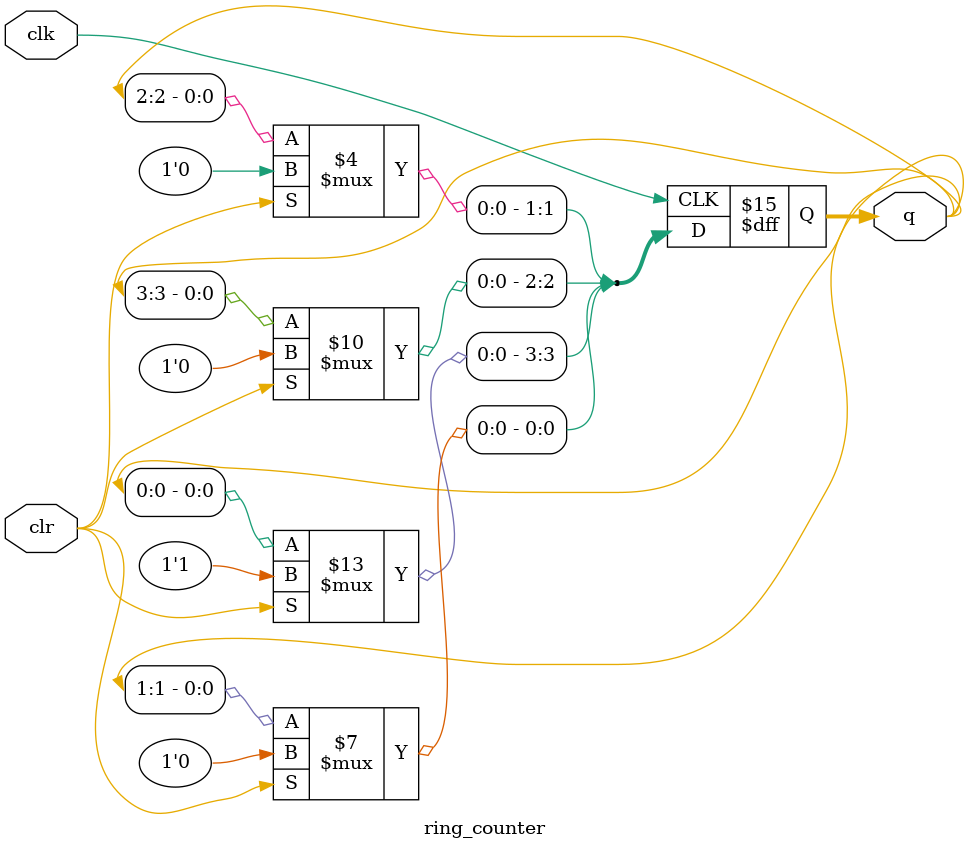
<source format=v>
`timescale 1ns / 1ps
module ring_counter(q,clk,clr);
input clk,clr;
output [3:0] q;
reg [3:0] q;
always @(posedge clk)
if (clr==1)
q<=4'b1000;
else
begin
q[3]<=q[0];
q[2]<=q[3];
q[1]<=q[2];
q[0]<=q[1];
end
endmodule

</source>
